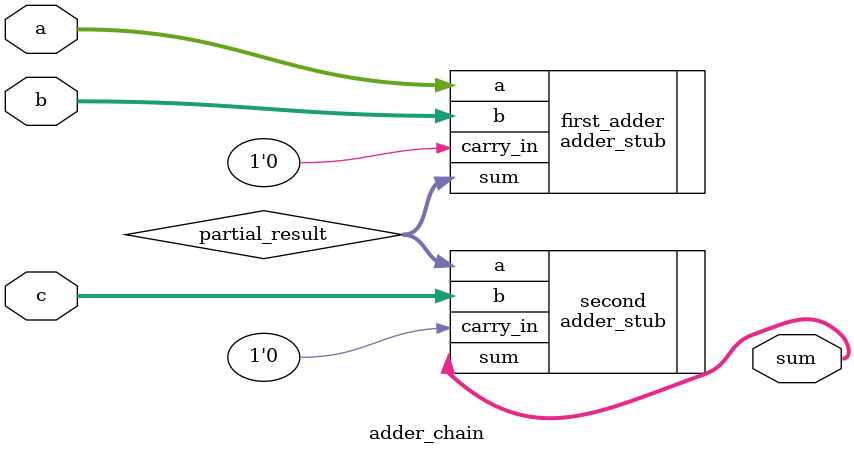
<source format=sv>
module adder_chain #(
    parameter int bit_width = 8
) (
    input [bit_width - 1:0] a,
    input [bit_width - 1:0] b,
    input [bit_width - 1:0] c,
    output [bit_width - 1:0] sum
);
   wire [bit_width-1:0] partial_result;

   adder_stub #(.bit_width(bit_width)) first_adder(.a(a), .b(b), .carry_in('0), .sum(partial_result));
   adder_stub #(.bit_width(bit_width)) second(.a(partial_result), .b(c), .carry_in('0), .sum(sum));

endmodule : adder_chain

</source>
